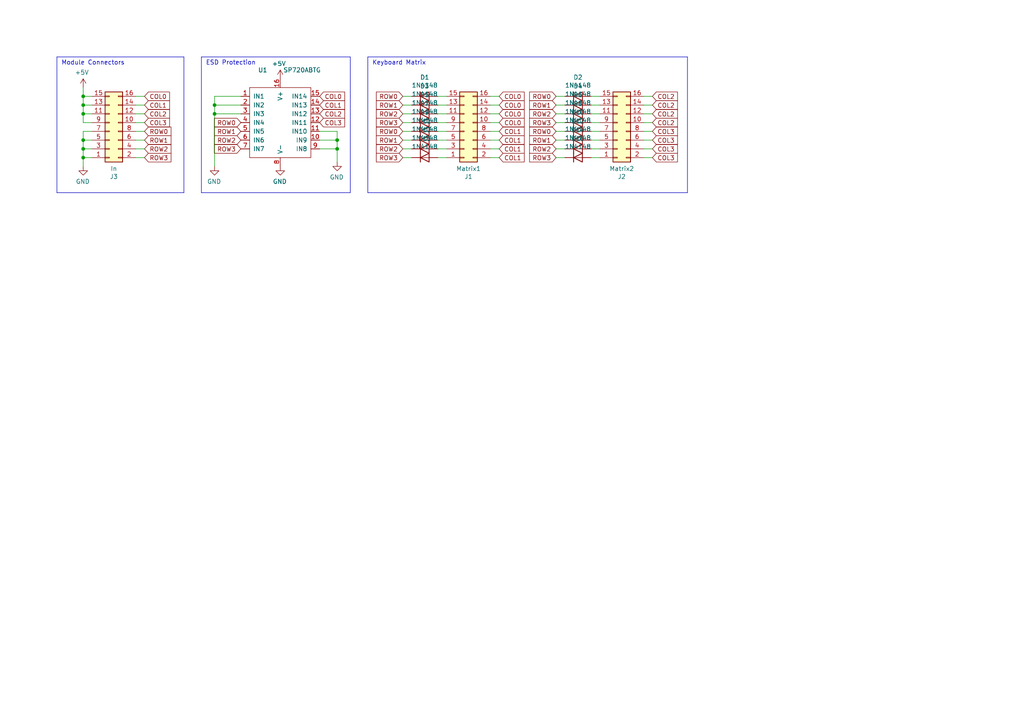
<source format=kicad_sch>
(kicad_sch (version 20230121) (generator eeschema)
  (paper "A4")
  (title_block (title "KTANE Physical Edition - Keymatrix Module") (date "2021-04-17") (rev "1") (company "Designed by Melair") (comment 1 "4x4 Column to Row Keymatrix"))
  (lib_symbols
    (symbol "Connector_Generic:Conn_02x08_Odd_Even" (pin_names (offset 1.016) hide)
      (property "Reference" "J" (at 1.27 10.16 0))
      (property "Value" "Conn_02x08_Odd_Even" (at 1.27 -12.7 0))
      (symbol "Conn_02x08_Odd_Even_1_1"
        (rectangle (start -1.27 -10.033) (end 0 -10.287) (stroke (width 0.1524)))
        (rectangle (start -1.27 -7.493) (end 0 -7.747) (stroke (width 0.1524)))
        (rectangle (start -1.27 -4.953) (end 0 -5.207) (stroke (width 0.1524)))
        (rectangle (start -1.27 -2.413) (end 0 -2.667) (stroke (width 0.1524)))
        (rectangle (start -1.27 0.127) (end 0 -0.127) (stroke (width 0.1524)))
        (rectangle (start -1.27 2.667) (end 0 2.413) (stroke (width 0.1524)))
        (rectangle (start -1.27 5.207) (end 0 4.953) (stroke (width 0.1524)))
        (rectangle (start -1.27 7.747) (end 0 7.493) (stroke (width 0.1524)))
        (rectangle (start -1.27 8.89) (end 3.81 -11.43) (stroke (width 0.254)) (fill (type background)))
        (rectangle (start 3.81 -10.033) (end 2.54 -10.287) (stroke (width 0.1524)))
        (rectangle (start 3.81 -7.493) (end 2.54 -7.747) (stroke (width 0.1524)))
        (rectangle (start 3.81 -4.953) (end 2.54 -5.207) (stroke (width 0.1524)))
        (rectangle (start 3.81 -2.413) (end 2.54 -2.667) (stroke (width 0.1524)))
        (rectangle (start 3.81 0.127) (end 2.54 -0.127) (stroke (width 0.1524)))
        (rectangle (start 3.81 2.667) (end 2.54 2.413) (stroke (width 0.1524)))
        (rectangle (start 3.81 5.207) (end 2.54 4.953) (stroke (width 0.1524)))
        (rectangle (start 3.81 7.747) (end 2.54 7.493) (stroke (width 0.1524)))
        (pin passive line (at -5.08 7.62 0) (length 3.81) (name "Pin_1") (number "1"))
        (pin passive line (at 7.62 -2.54 180) (length 3.81) (name "Pin_10") (number "10"))
        (pin passive line (at -5.08 -5.08 0) (length 3.81) (name "Pin_11") (number "11"))
        (pin passive line (at 7.62 -5.08 180) (length 3.81) (name "Pin_12") (number "12"))
        (pin passive line (at -5.08 -7.62 0) (length 3.81) (name "Pin_13") (number "13"))
        (pin passive line (at 7.62 -7.62 180) (length 3.81) (name "Pin_14") (number "14"))
        (pin passive line (at -5.08 -10.16 0) (length 3.81) (name "Pin_15") (number "15"))
        (pin passive line (at 7.62 -10.16 180) (length 3.81) (name "Pin_16") (number "16"))
        (pin passive line (at 7.62 7.62 180) (length 3.81) (name "Pin_2") (number "2"))
        (pin passive line (at -5.08 5.08 0) (length 3.81) (name "Pin_3") (number "3"))
        (pin passive line (at 7.62 5.08 180) (length 3.81) (name "Pin_4") (number "4"))
        (pin passive line (at -5.08 2.54 0) (length 3.81) (name "Pin_5") (number "5"))
        (pin passive line (at 7.62 2.54 180) (length 3.81) (name "Pin_6") (number "6"))
        (pin passive line (at -5.08 0 0) (length 3.81) (name "Pin_7") (number "7"))
        (pin passive line (at 7.62 0 180) (length 3.81) (name "Pin_8") (number "8"))
        (pin passive line (at -5.08 -2.54 0) (length 3.81) (name "Pin_9") (number "9"))
      )
    )
    (symbol "Diode:1N4148" (pin_numbers hide) (pin_names hide)
      (property "Reference" "D" (at 0 2.54 0))
      (property "Value" "1N4148" (at 0 -2.54 0))
      (symbol "1N4148_0_1"
        (polyline (pts (xy -1.27 1.27) (xy -1.27 -1.27)) (stroke (width 0.254)))
        (polyline (pts (xy 1.27 0) (xy -1.27 0)))
        (polyline (pts (xy 1.27 1.27) (xy 1.27 -1.27) (xy -1.27 0) (xy 1.27 1.27)) (stroke (width 0.254)))
      )
      (symbol "1N4148_1_1"
        (pin passive line (at -3.81 0 0) (length 2.54) (name "K") (number "1"))
        (pin passive line (at 3.81 0 180) (length 2.54) (name "A") (number "2"))
      )
    )
    (symbol "KTANE:SP720ABTG" (pin_names (offset 1.016))
      (property "Reference" "U" (at -7.62 11.43 0))
      (property "Value" "SP720ABTG" (at 7.62 11.43 0))
      (symbol "SP720ABTG_0_1"
        (rectangle (start -8.89 10.16) (end 8.89 -10.16))
      )
      (symbol "SP720ABTG_1_1"
        (pin input line (at -11.43 7.62 0) (length 2.54) (name "IN1") (number "1"))
        (pin input line (at 11.43 -5.08 180) (length 2.54) (name "IN9") (number "10"))
        (pin input line (at 11.43 -2.54 180) (length 2.54) (name "IN10") (number "11"))
        (pin input line (at 11.43 0 180) (length 2.54) (name "IN11") (number "12"))
        (pin input line (at 11.43 2.54 180) (length 2.54) (name "IN12") (number "13"))
        (pin input line (at 11.43 5.08 180) (length 2.54) (name "IN13") (number "14"))
        (pin input line (at 11.43 7.62 180) (length 2.54) (name "IN14") (number "15"))
        (pin power_in line (at 0 12.7 270) (length 2.54) (name "V+") (number "16"))
        (pin input line (at -11.43 5.08 0) (length 2.54) (name "IN2") (number "2"))
        (pin input line (at -11.43 2.54 0) (length 2.54) (name "IN3") (number "3"))
        (pin input line (at -11.43 0 0) (length 2.54) (name "IN4") (number "4"))
        (pin input line (at -11.43 -2.54 0) (length 2.54) (name "IN5") (number "5"))
        (pin input line (at -11.43 -5.08 0) (length 2.54) (name "IN6") (number "6"))
        (pin input line (at -11.43 -7.62 0) (length 2.54) (name "IN7") (number "7"))
        (pin power_in line (at 0 -12.7 90) (length 2.54) (name "V-") (number "8"))
        (pin input line (at 11.43 -7.62 180) (length 2.54) (name "IN8") (number "9"))
      )
    )
    (symbol "power:+5V" (power) (pin_names (offset 0))
      (property "Value" "+5V" (at 0 3.556 0))
      (symbol "+5V_0_1"
        (polyline (pts (xy -0.762 1.27) (xy 0 2.54)))
        (polyline (pts (xy 0 0) (xy 0 2.54)))
        (polyline (pts (xy 0 2.54) (xy 0.762 1.27)))
      )
      (symbol "+5V_1_1"
        (pin power_in line (at 0 0 90) (length 0) hide (name "+5V") (number "1"))
      )
    )
    (symbol "power:GND" (power) (pin_names (offset 0))
      (property "Value" "GND" (at 0 -3.81 0))
      (symbol "GND_0_1"
        (polyline (pts (xy 0 0) (xy 0 -1.27) (xy 1.27 -1.27) (xy 0 -2.54) (xy -1.27 -1.27) (xy 0 -1.27)))
      )
      (symbol "GND_1_1"
        (pin power_in line (at 0 0 270) (length 0) hide (name "GND") (number "1"))
      )
    )
  )
  (junction (at 24.13 33.02))
  (junction (at 62.23 30.48))
  (junction (at 97.79 40.64))
  (junction (at 24.13 40.64))
  (junction (at 97.79 43.18))
  (junction (at 24.13 30.48))
  (junction (at 24.13 45.72))
  (junction (at 24.13 43.18))
  (junction (at 24.13 27.94))
  (junction (at 62.23 33.02))
  (wire (pts (xy 171.45 33.02) (xy 173.99 33.02)))
  (wire (pts (xy 144.78 35.56) (xy 142.24 35.56)))
  (polyline (pts (xy 199.39 55.88) (xy 199.39 16.51)))
  (polyline (pts (xy 101.6 16.51) (xy 58.42 16.51)))
  (wire (pts (xy 186.69 35.56) (xy 189.23 35.56)))
  (wire (pts (xy 24.13 43.18) (xy 24.13 45.72)))
  (wire (pts (xy 24.13 27.94) (xy 24.13 25.4)))
  (wire (pts (xy 62.23 27.94) (xy 69.85 27.94)))
  (wire (pts (xy 171.45 30.48) (xy 173.99 30.48)))
  (polyline (pts (xy 58.42 16.51) (xy 58.42 55.88)))
  (polyline (pts (xy 101.6 55.88) (xy 101.6 16.51)))
  (wire (pts (xy 116.84 33.02) (xy 119.38 33.02)))
  (wire (pts (xy 116.84 30.48) (xy 119.38 30.48)))
  (wire (pts (xy 26.67 30.48) (xy 24.13 30.48)))
  (wire (pts (xy 97.79 40.64) (xy 97.79 43.18)))
  (wire (pts (xy 163.83 30.48) (xy 161.29 30.48)))
  (wire (pts (xy 127 43.18) (xy 129.54 43.18)))
  (wire (pts (xy 39.37 35.56) (xy 41.91 35.56)))
  (wire (pts (xy 26.67 45.72) (xy 24.13 45.72)))
  (wire (pts (xy 26.67 38.1) (xy 24.13 38.1)))
  (wire (pts (xy 163.83 40.64) (xy 161.29 40.64)))
  (wire (pts (xy 92.71 38.1) (xy 97.79 38.1)))
  (wire (pts (xy 41.91 38.1) (xy 39.37 38.1)))
  (wire (pts (xy 171.45 40.64) (xy 173.99 40.64)))
  (wire (pts (xy 142.24 38.1) (xy 144.78 38.1)))
  (polyline (pts (xy 106.68 16.51) (xy 106.68 55.88)))
  (wire (pts (xy 39.37 43.18) (xy 41.91 43.18)))
  (wire (pts (xy 24.13 33.02) (xy 24.13 30.48)))
  (wire (pts (xy 129.54 35.56) (xy 127 35.56)))
  (wire (pts (xy 171.45 45.72) (xy 173.99 45.72)))
  (wire (pts (xy 26.67 43.18) (xy 24.13 43.18)))
  (polyline (pts (xy 199.39 16.51) (xy 106.68 16.51)))
  (wire (pts (xy 39.37 45.72) (xy 41.91 45.72)))
  (wire (pts (xy 189.23 33.02) (xy 186.69 33.02)))
  (wire (pts (xy 97.79 38.1) (xy 97.79 40.64)))
  (wire (pts (xy 142.24 27.94) (xy 144.78 27.94)))
  (wire (pts (xy 144.78 45.72) (xy 142.24 45.72)))
  (wire (pts (xy 62.23 33.02) (xy 69.85 33.02)))
  (wire (pts (xy 161.29 43.18) (xy 163.83 43.18)))
  (polyline (pts (xy 106.68 55.88) (xy 199.39 55.88)))
  (wire (pts (xy 161.29 33.02) (xy 163.83 33.02)))
  (wire (pts (xy 171.45 27.94) (xy 173.99 27.94)))
  (wire (pts (xy 127 27.94) (xy 129.54 27.94)))
  (wire (pts (xy 171.45 43.18) (xy 173.99 43.18)))
  (wire (pts (xy 186.69 45.72) (xy 189.23 45.72)))
  (wire (pts (xy 189.23 38.1) (xy 186.69 38.1)))
  (wire (pts (xy 39.37 40.64) (xy 41.91 40.64)))
  (wire (pts (xy 62.23 48.26) (xy 62.23 33.02)))
  (wire (pts (xy 161.29 45.72) (xy 163.83 45.72)))
  (wire (pts (xy 116.84 38.1) (xy 119.38 38.1)))
  (polyline (pts (xy 53.34 16.51) (xy 53.34 55.88)))
  (wire (pts (xy 171.45 35.56) (xy 173.99 35.56)))
  (wire (pts (xy 62.23 30.48) (xy 69.85 30.48)))
  (wire (pts (xy 144.78 40.64) (xy 142.24 40.64)))
  (wire (pts (xy 24.13 35.56) (xy 24.13 33.02)))
  (wire (pts (xy 39.37 27.94) (xy 41.91 27.94)))
  (wire (pts (xy 161.29 27.94) (xy 163.83 27.94)))
  (wire (pts (xy 129.54 30.48) (xy 127 30.48)))
  (wire (pts (xy 62.23 30.48) (xy 62.23 27.94)))
  (wire (pts (xy 144.78 30.48) (xy 142.24 30.48)))
  (wire (pts (xy 26.67 35.56) (xy 24.13 35.56)))
  (wire (pts (xy 26.67 27.94) (xy 24.13 27.94)))
  (wire (pts (xy 163.83 35.56) (xy 161.29 35.56)))
  (wire (pts (xy 26.67 40.64) (xy 24.13 40.64)))
  (wire (pts (xy 24.13 38.1) (xy 24.13 40.64)))
  (wire (pts (xy 171.45 38.1) (xy 173.99 38.1)))
  (wire (pts (xy 142.24 43.18) (xy 144.78 43.18)))
  (wire (pts (xy 127 40.64) (xy 129.54 40.64)))
  (wire (pts (xy 41.91 30.48) (xy 39.37 30.48)))
  (polyline (pts (xy 58.42 55.88) (xy 101.6 55.88)))
  (wire (pts (xy 127 33.02) (xy 129.54 33.02)))
  (wire (pts (xy 24.13 30.48) (xy 24.13 27.94)))
  (polyline (pts (xy 53.34 55.88) (xy 16.51 55.88)))
  (wire (pts (xy 189.23 43.18) (xy 186.69 43.18)))
  (wire (pts (xy 186.69 40.64) (xy 189.23 40.64)))
  (polyline (pts (xy 16.51 16.51) (xy 53.34 16.51)))
  (wire (pts (xy 41.91 33.02) (xy 39.37 33.02)))
  (wire (pts (xy 62.23 33.02) (xy 62.23 30.48)))
  (wire (pts (xy 161.29 38.1) (xy 163.83 38.1)))
  (wire (pts (xy 92.71 40.64) (xy 97.79 40.64)))
  (wire (pts (xy 92.71 43.18) (xy 97.79 43.18)))
  (wire (pts (xy 127 38.1) (xy 129.54 38.1)))
  (polyline (pts (xy 16.51 55.88) (xy 16.51 16.51)))
  (wire (pts (xy 186.69 27.94) (xy 189.23 27.94)))
  (wire (pts (xy 24.13 40.64) (xy 24.13 43.18)))
  (wire (pts (xy 97.79 43.18) (xy 97.79 46.99)))
  (wire (pts (xy 116.84 40.64) (xy 119.38 40.64)))
  (wire (pts (xy 116.84 35.56) (xy 119.38 35.56)))
  (wire (pts (xy 24.13 45.72) (xy 24.13 48.26)))
  (wire (pts (xy 26.67 33.02) (xy 24.13 33.02)))
  (wire (pts (xy 189.23 30.48) (xy 186.69 30.48)))
  (wire (pts (xy 116.84 45.72) (xy 119.38 45.72)))
  (wire (pts (xy 116.84 27.94) (xy 119.38 27.94)))
  (wire (pts (xy 116.84 43.18) (xy 119.38 43.18)))
  (wire (pts (xy 127 45.72) (xy 129.54 45.72)))
  (wire (pts (xy 142.24 33.02) (xy 144.78 33.02)))
  (text "ESD Protection" (at 59.69 19.05 0) (effects (font (size 1.27 1.27)) (justify left bottom)))
  (text "Keyboard Matrix" (at 107.95 19.05 0) (effects (font (size 1.27 1.27)) (justify left bottom)))
  (text "Module Connectors" (at 17.78 19.05 0) (effects (font (size 1.27 1.27)) (justify left bottom)))
  (global_label "COL2" (shape input) (at 189.23 30.48 0) (property "Intersheetrefs" "${INTERSHEET_REFS}" (effects hide)))
  (global_label "ROW0" (shape input) (at 69.85 35.56 180) (property "Intersheetrefs" "${INTERSHEET_REFS}" (effects hide)))
  (global_label "ROW2" (shape input) (at 41.91 43.18 0) (property "Intersheetrefs" "${INTERSHEET_REFS}" (effects hide)))
  (global_label "COL3" (shape input) (at 189.23 38.1 0) (property "Intersheetrefs" "${INTERSHEET_REFS}" (effects hide)))
  (global_label "ROW1" (shape input) (at 161.29 40.64 180) (property "Intersheetrefs" "${INTERSHEET_REFS}" (effects hide)))
  (global_label "ROW3" (shape input) (at 41.91 45.72 0) (property "Intersheetrefs" "${INTERSHEET_REFS}" (effects hide)))
  (global_label "ROW2" (shape input) (at 116.84 43.18 180) (property "Intersheetrefs" "${INTERSHEET_REFS}" (effects hide)))
  (global_label "ROW3" (shape input) (at 161.29 35.56 180) (property "Intersheetrefs" "${INTERSHEET_REFS}" (effects hide)))
  (global_label "COL2" (shape input) (at 189.23 33.02 0) (property "Intersheetrefs" "${INTERSHEET_REFS}" (effects hide)))
  (global_label "COL0" (shape input) (at 144.78 33.02 0) (property "Intersheetrefs" "${INTERSHEET_REFS}" (effects hide)))
  (global_label "ROW3" (shape input) (at 69.85 43.18 180) (property "Intersheetrefs" "${INTERSHEET_REFS}" (effects hide)))
  (global_label "COL2" (shape input) (at 189.23 35.56 0) (property "Intersheetrefs" "${INTERSHEET_REFS}" (effects hide)))
  (global_label "COL0" (shape input) (at 144.78 30.48 0) (property "Intersheetrefs" "${INTERSHEET_REFS}" (effects hide)))
  (global_label "ROW1" (shape input) (at 116.84 30.48 180) (property "Intersheetrefs" "${INTERSHEET_REFS}" (effects hide)))
  (global_label "ROW2" (shape input) (at 161.29 43.18 180) (property "Intersheetrefs" "${INTERSHEET_REFS}" (effects hide)))
  (global_label "ROW3" (shape input) (at 116.84 35.56 180) (property "Intersheetrefs" "${INTERSHEET_REFS}" (effects hide)))
  (global_label "ROW2" (shape input) (at 116.84 33.02 180) (property "Intersheetrefs" "${INTERSHEET_REFS}" (effects hide)))
  (global_label "COL1" (shape input) (at 144.78 38.1 0) (property "Intersheetrefs" "${INTERSHEET_REFS}" (effects hide)))
  (global_label "COL1" (shape input) (at 144.78 43.18 0) (property "Intersheetrefs" "${INTERSHEET_REFS}" (effects hide)))
  (global_label "COL2" (shape input) (at 41.91 33.02 0) (property "Intersheetrefs" "${INTERSHEET_REFS}" (effects hide)))
  (global_label "ROW0" (shape input) (at 116.84 27.94 180) (property "Intersheetrefs" "${INTERSHEET_REFS}" (effects hide)))
  (global_label "COL0" (shape input) (at 144.78 35.56 0) (property "Intersheetrefs" "${INTERSHEET_REFS}" (effects hide)))
  (global_label "ROW2" (shape input) (at 69.85 40.64 180) (property "Intersheetrefs" "${INTERSHEET_REFS}" (effects hide)))
  (global_label "ROW0" (shape input) (at 41.91 38.1 0) (property "Intersheetrefs" "${INTERSHEET_REFS}" (effects hide)))
  (global_label "COL1" (shape input) (at 144.78 40.64 0) (property "Intersheetrefs" "${INTERSHEET_REFS}" (effects hide)))
  (global_label "ROW0" (shape input) (at 161.29 27.94 180) (property "Intersheetrefs" "${INTERSHEET_REFS}" (effects hide)))
  (global_label "COL2" (shape input) (at 189.23 27.94 0) (property "Intersheetrefs" "${INTERSHEET_REFS}" (effects hide)))
  (global_label "COL2" (shape input) (at 92.71 33.02 0) (property "Intersheetrefs" "${INTERSHEET_REFS}" (effects hide)))
  (global_label "ROW3" (shape input) (at 161.29 45.72 180) (property "Intersheetrefs" "${INTERSHEET_REFS}" (effects hide)))
  (global_label "ROW1" (shape input) (at 41.91 40.64 0) (property "Intersheetrefs" "${INTERSHEET_REFS}" (effects hide)))
  (global_label "COL1" (shape input) (at 92.71 30.48 0) (property "Intersheetrefs" "${INTERSHEET_REFS}" (effects hide)))
  (global_label "COL0" (shape input) (at 92.71 27.94 0) (property "Intersheetrefs" "${INTERSHEET_REFS}" (effects hide)))
  (global_label "ROW0" (shape input) (at 116.84 38.1 180) (property "Intersheetrefs" "${INTERSHEET_REFS}" (effects hide)))
  (global_label "COL3" (shape input) (at 189.23 43.18 0) (property "Intersheetrefs" "${INTERSHEET_REFS}" (effects hide)))
  (global_label "ROW1" (shape input) (at 161.29 30.48 180) (property "Intersheetrefs" "${INTERSHEET_REFS}" (effects hide)))
  (global_label "ROW3" (shape input) (at 116.84 45.72 180) (property "Intersheetrefs" "${INTERSHEET_REFS}" (effects hide)))
  (global_label "COL0" (shape input) (at 41.91 27.94 0) (property "Intersheetrefs" "${INTERSHEET_REFS}" (effects hide)))
  (global_label "COL3" (shape input) (at 92.71 35.56 0) (property "Intersheetrefs" "${INTERSHEET_REFS}" (effects hide)))
  (global_label "COL0" (shape input) (at 144.78 27.94 0) (property "Intersheetrefs" "${INTERSHEET_REFS}" (effects hide)))
  (global_label "COL1" (shape input) (at 144.78 45.72 0) (property "Intersheetrefs" "${INTERSHEET_REFS}" (effects hide)))
  (global_label "ROW1" (shape input) (at 69.85 38.1 180) (property "Intersheetrefs" "${INTERSHEET_REFS}" (effects hide)))
  (global_label "COL3" (shape input) (at 41.91 35.56 0) (property "Intersheetrefs" "${INTERSHEET_REFS}" (effects hide)))
  (global_label "ROW2" (shape input) (at 161.29 33.02 180) (property "Intersheetrefs" "${INTERSHEET_REFS}" (effects hide)))
  (global_label "COL3" (shape input) (at 189.23 45.72 0) (property "Intersheetrefs" "${INTERSHEET_REFS}" (effects hide)))
  (global_label "COL3" (shape input) (at 189.23 40.64 0) (property "Intersheetrefs" "${INTERSHEET_REFS}" (effects hide)))
  (global_label "ROW1" (shape input) (at 116.84 40.64 180) (property "Intersheetrefs" "${INTERSHEET_REFS}" (effects hide)))
  (global_label "ROW0" (shape input) (at 161.29 38.1 180) (property "Intersheetrefs" "${INTERSHEET_REFS}" (effects hide)))
  (global_label "COL1" (shape input) (at 41.91 30.48 0) (property "Intersheetrefs" "${INTERSHEET_REFS}" (effects hide)))
  (symbol (lib_id "Connector_Generic:Conn_02x08_Odd_Even") (at 31.75 38.1 0) (mirror x) (unit 1)
    (property "Reference" "J3" (at 33.02 51.2318 0))
    (property "Value" "In" (at 33.02 48.9204 0))
    (property "Footprint" "Custom:PinHeader_2x08_P2.54mm_Vertical-Centered" (effects hide))
  )
  (symbol (lib_id "power:GND") (at 62.23 48.26 0) (mirror y) (unit 1)
    (property "Reference" "#PWR04" (effects hide))
    (property "Value" "GND" (at 62.103 52.6542 0))
  )
  (symbol (lib_id "KTANE:SP720ABTG") (at 81.28 35.56 0) (unit 1)
    (property "Reference" "U1" (at 76.2 20.32 0))
    (property "Value" "SP720ABTG" (at 87.63 20.32 0))
    (property "Footprint" "Package_SO:SOIC-16_3.9x9.9mm_P1.27mm" (effects hide))
  )
  (symbol (lib_id "power:+5V") (at 81.28 22.86 0) (mirror y) (unit 1)
    (property "Reference" "#PWR01" (effects hide))
    (property "Value" "+5V" (at 80.899 18.4658 0))
  )
  (symbol (lib_id "power:GND") (at 81.28 48.26 0) (mirror y) (unit 1)
    (property "Reference" "#PWR05" (effects hide))
    (property "Value" "GND" (at 81.153 52.6542 0))
  )
  (symbol (lib_id "power:GND") (at 24.13 48.26 0) (mirror y) (unit 1)
    (property "Reference" "#PWR03" (effects hide))
    (property "Value" "GND" (at 24.003 52.6542 0))
  )
  (symbol (lib_id "power:+5V") (at 24.13 25.4 0) (mirror y) (unit 1)
    (property "Reference" "#PWR02" (effects hide))
    (property "Value" "+5V" (at 23.749 21.0058 0))
  )
  (symbol (lib_id "Connector_Generic:Conn_02x08_Odd_Even") (at 134.62 38.1 0) (mirror x) (unit 1)
    (property "Reference" "J1" (at 135.89 51.2318 0))
    (property "Value" "Matrix1" (at 135.89 48.9204 0))
    (property "Footprint" "Connector_PinHeader_2.54mm:PinHeader_2x08_P2.54mm_Vertical" (effects hide))
  )
  (symbol (lib_id "Connector_Generic:Conn_02x08_Odd_Even") (at 179.07 38.1 0) (mirror x) (unit 1)
    (property "Reference" "J2" (at 180.34 51.2318 0))
    (property "Value" "Matrix2" (at 180.34 48.9204 0))
    (property "Footprint" "Connector_PinHeader_2.54mm:PinHeader_2x08_P2.54mm_Vertical" (effects hide))
  )
  (symbol (lib_id "Diode:1N4148") (at 123.19 27.94 0) (unit 1)
    (property "Reference" "D1" (at 123.19 22.4282 0))
    (property "Value" "1N4148" (at 123.19 24.7396 0))
    (property "Footprint" "Diode_THT:D_DO-35_SOD27_P7.62mm_Horizontal" (effects hide))
    (property "Datasheet" "https://assets.nexperia.com/documents/data-sheet/1N4148_1N4448.pdf" (effects hide))
    (property "Sim.Device" "D" (effects hide))
    (property "Sim.Pins" "1=K 2=A" (effects hide))
  )
  (symbol (lib_id "Diode:1N4148") (at 123.19 30.48 0) (unit 1)
    (property "Reference" "D3" (at 123.19 24.9682 0))
    (property "Value" "1N4148" (at 123.19 27.2796 0))
    (property "Footprint" "Diode_THT:D_DO-35_SOD27_P7.62mm_Horizontal" (effects hide))
    (property "Datasheet" "https://assets.nexperia.com/documents/data-sheet/1N4148_1N4448.pdf" (effects hide))
    (property "Sim.Device" "D" (effects hide))
    (property "Sim.Pins" "1=K 2=A" (effects hide))
  )
  (symbol (lib_id "Diode:1N4148") (at 123.19 33.02 0) (unit 1)
    (property "Reference" "D5" (at 123.19 27.5082 0))
    (property "Value" "1N4148" (at 123.19 29.8196 0))
    (property "Footprint" "Diode_THT:D_DO-35_SOD27_P7.62mm_Horizontal" (effects hide))
    (property "Datasheet" "https://assets.nexperia.com/documents/data-sheet/1N4148_1N4448.pdf" (effects hide))
    (property "Sim.Device" "D" (effects hide))
    (property "Sim.Pins" "1=K 2=A" (effects hide))
  )
  (symbol (lib_id "Diode:1N4148") (at 123.19 35.56 0) (unit 1)
    (property "Reference" "D7" (at 123.19 30.0482 0))
    (property "Value" "1N4148" (at 123.19 32.3596 0))
    (property "Footprint" "Diode_THT:D_DO-35_SOD27_P7.62mm_Horizontal" (effects hide))
    (property "Datasheet" "https://assets.nexperia.com/documents/data-sheet/1N4148_1N4448.pdf" (effects hide))
    (property "Sim.Device" "D" (effects hide))
    (property "Sim.Pins" "1=K 2=A" (effects hide))
  )
  (symbol (lib_id "Diode:1N4148") (at 123.19 38.1 0) (unit 1)
    (property "Reference" "D9" (at 123.19 32.5882 0))
    (property "Value" "1N4148" (at 123.19 34.8996 0))
    (property "Footprint" "Diode_THT:D_DO-35_SOD27_P7.62mm_Horizontal" (effects hide))
    (property "Datasheet" "https://assets.nexperia.com/documents/data-sheet/1N4148_1N4448.pdf" (effects hide))
    (property "Sim.Device" "D" (effects hide))
    (property "Sim.Pins" "1=K 2=A" (effects hide))
  )
  (symbol (lib_id "Diode:1N4148") (at 123.19 40.64 0) (unit 1)
    (property "Reference" "D11" (at 123.19 35.1282 0))
    (property "Value" "1N4148" (at 123.19 37.4396 0))
    (property "Footprint" "Diode_THT:D_DO-35_SOD27_P7.62mm_Horizontal" (effects hide))
    (property "Datasheet" "https://assets.nexperia.com/documents/data-sheet/1N4148_1N4448.pdf" (effects hide))
    (property "Sim.Device" "D" (effects hide))
    (property "Sim.Pins" "1=K 2=A" (effects hide))
  )
  (symbol (lib_id "Diode:1N4148") (at 123.19 43.18 0) (unit 1)
    (property "Reference" "D13" (at 123.19 37.6682 0))
    (property "Value" "1N4148" (at 123.19 39.9796 0))
    (property "Footprint" "Diode_THT:D_DO-35_SOD27_P7.62mm_Horizontal" (effects hide))
    (property "Datasheet" "https://assets.nexperia.com/documents/data-sheet/1N4148_1N4448.pdf" (effects hide))
    (property "Sim.Device" "D" (effects hide))
    (property "Sim.Pins" "1=K 2=A" (effects hide))
  )
  (symbol (lib_id "Diode:1N4148") (at 123.19 45.72 0) (unit 1)
    (property "Reference" "D15" (at 123.19 40.2082 0))
    (property "Value" "1N4148" (at 123.19 42.5196 0))
    (property "Footprint" "Diode_THT:D_DO-35_SOD27_P7.62mm_Horizontal" (effects hide))
    (property "Datasheet" "https://assets.nexperia.com/documents/data-sheet/1N4148_1N4448.pdf" (effects hide))
    (property "Sim.Device" "D" (effects hide))
    (property "Sim.Pins" "1=K 2=A" (effects hide))
  )
  (symbol (lib_id "Diode:1N4148") (at 167.64 27.94 0) (unit 1)
    (property "Reference" "D2" (at 167.64 22.4282 0))
    (property "Value" "1N4148" (at 167.64 24.7396 0))
    (property "Footprint" "Diode_THT:D_DO-35_SOD27_P7.62mm_Horizontal" (effects hide))
    (property "Datasheet" "https://assets.nexperia.com/documents/data-sheet/1N4148_1N4448.pdf" (effects hide))
    (property "Sim.Device" "D" (effects hide))
    (property "Sim.Pins" "1=K 2=A" (effects hide))
  )
  (symbol (lib_id "Diode:1N4148") (at 167.64 30.48 0) (unit 1)
    (property "Reference" "D4" (at 167.64 24.9682 0))
    (property "Value" "1N4148" (at 167.64 27.2796 0))
    (property "Footprint" "Diode_THT:D_DO-35_SOD27_P7.62mm_Horizontal" (effects hide))
    (property "Datasheet" "https://assets.nexperia.com/documents/data-sheet/1N4148_1N4448.pdf" (effects hide))
    (property "Sim.Device" "D" (effects hide))
    (property "Sim.Pins" "1=K 2=A" (effects hide))
  )
  (symbol (lib_id "Diode:1N4148") (at 167.64 33.02 0) (unit 1)
    (property "Reference" "D6" (at 167.64 27.5082 0))
    (property "Value" "1N4148" (at 167.64 29.8196 0))
    (property "Footprint" "Diode_THT:D_DO-35_SOD27_P7.62mm_Horizontal" (effects hide))
    (property "Datasheet" "https://assets.nexperia.com/documents/data-sheet/1N4148_1N4448.pdf" (effects hide))
    (property "Sim.Device" "D" (effects hide))
    (property "Sim.Pins" "1=K 2=A" (effects hide))
  )
  (symbol (lib_id "Diode:1N4148") (at 167.64 35.56 0) (unit 1)
    (property "Reference" "D8" (at 167.64 30.0482 0))
    (property "Value" "1N4148" (at 167.64 32.3596 0))
    (property "Footprint" "Diode_THT:D_DO-35_SOD27_P7.62mm_Horizontal" (effects hide))
    (property "Datasheet" "https://assets.nexperia.com/documents/data-sheet/1N4148_1N4448.pdf" (effects hide))
    (property "Sim.Device" "D" (effects hide))
    (property "Sim.Pins" "1=K 2=A" (effects hide))
  )
  (symbol (lib_id "Diode:1N4148") (at 167.64 38.1 0) (unit 1)
    (property "Reference" "D10" (at 167.64 32.5882 0))
    (property "Value" "1N4148" (at 167.64 34.8996 0))
    (property "Footprint" "Diode_THT:D_DO-35_SOD27_P7.62mm_Horizontal" (effects hide))
    (property "Datasheet" "https://assets.nexperia.com/documents/data-sheet/1N4148_1N4448.pdf" (effects hide))
    (property "Sim.Device" "D" (effects hide))
    (property "Sim.Pins" "1=K 2=A" (effects hide))
  )
  (symbol (lib_id "Diode:1N4148") (at 167.64 40.64 0) (unit 1)
    (property "Reference" "D12" (at 167.64 35.1282 0))
    (property "Value" "1N4148" (at 167.64 37.4396 0))
    (property "Footprint" "Diode_THT:D_DO-35_SOD27_P7.62mm_Horizontal" (effects hide))
    (property "Datasheet" "https://assets.nexperia.com/documents/data-sheet/1N4148_1N4448.pdf" (effects hide))
    (property "Sim.Device" "D" (effects hide))
    (property "Sim.Pins" "1=K 2=A" (effects hide))
  )
  (symbol (lib_id "Diode:1N4148") (at 167.64 43.18 0) (unit 1)
    (property "Reference" "D14" (at 167.64 37.6682 0))
    (property "Value" "1N4148" (at 167.64 39.9796 0))
    (property "Footprint" "Diode_THT:D_DO-35_SOD27_P7.62mm_Horizontal" (effects hide))
    (property "Datasheet" "https://assets.nexperia.com/documents/data-sheet/1N4148_1N4448.pdf" (effects hide))
    (property "Sim.Device" "D" (effects hide))
    (property "Sim.Pins" "1=K 2=A" (effects hide))
  )
  (symbol (lib_id "Diode:1N4148") (at 167.64 45.72 0) (unit 1)
    (property "Reference" "D16" (at 167.64 40.2082 0))
    (property "Value" "1N4148" (at 167.64 42.5196 0))
    (property "Footprint" "Diode_THT:D_DO-35_SOD27_P7.62mm_Horizontal" (effects hide))
    (property "Datasheet" "https://assets.nexperia.com/documents/data-sheet/1N4148_1N4448.pdf" (effects hide))
    (property "Sim.Device" "D" (effects hide))
    (property "Sim.Pins" "1=K 2=A" (effects hide))
  )
  (symbol (lib_id "power:GND") (at 97.79 46.99 0) (mirror y) (unit 1)
    (property "Reference" "#PWR0101" (effects hide))
    (property "Value" "GND" (at 97.663 51.3842 0))
  )
)
</source>
